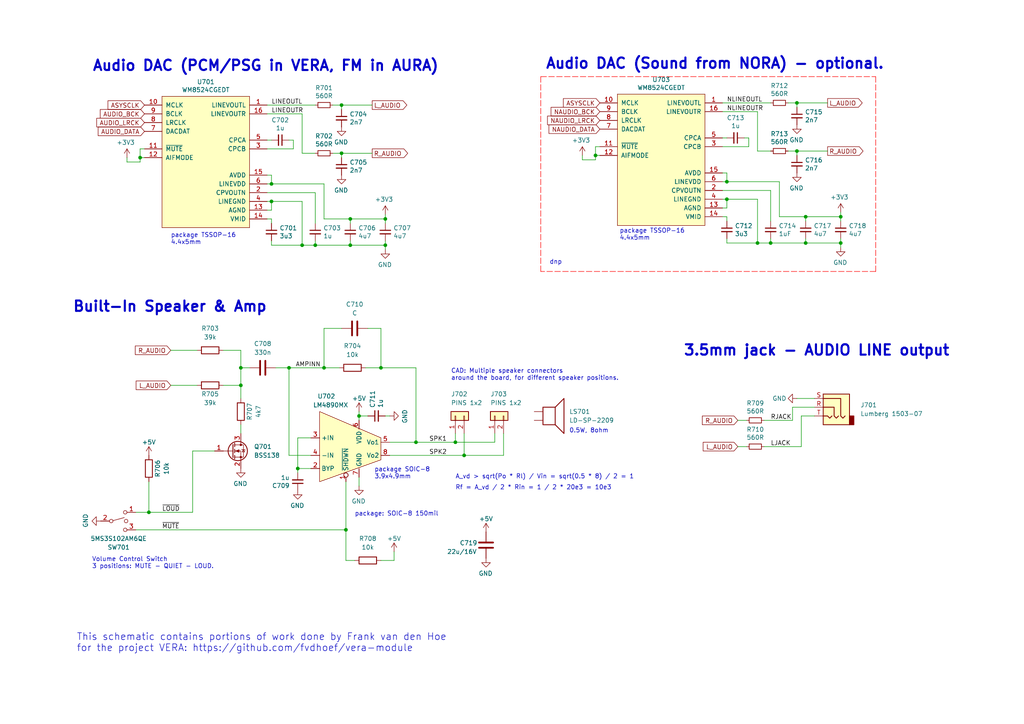
<source format=kicad_sch>
(kicad_sch (version 20211123) (generator eeschema)
  (paper "A4")
  (title_block (title "OpenX65 - Video/Audio & Ethernet Board") (date "2023-04-28") (rev "rev01") (company "FOR X65.EU DESIGNED BY JSYKORA.INFO") (comment 1 "Audio DAC, Speaker Amplifier, and Line Output"))
  (lib_symbols
    (symbol "Amplif:LM4890MX"
      (property "Reference" "U" (at -7.62 -11.43 0))
      (property "Value" "LM4890MX" (at -8.89 -13.97 0))
      (symbol "LM4890MX_0_1"
        (polyline (pts (xy 7.62 2.54) (xy 7.62 -3.81) (xy -10.16 -10.16) (xy -10.16 10.16) (xy 7.62 2.54)) (fill (type background)))
      )
      (symbol "LM4890MX_1_1"
        (pin input inverted (at -2.54 -10.16 90) (length 2.54) (name "~{SHDWN}") (number "1"))
        (pin input line (at -12.7 -6.35 0) (length 2.54) (name "BYP") (number "2"))
        (pin input line (at -12.7 2.54 0) (length 2.54) (name "+IN") (number "3"))
        (pin input line (at -12.7 -2.54 0) (length 2.54) (name "-IN") (number "4"))
        (pin output line (at 10.16 1.27 180) (length 2.54) (name "Vo1") (number "5"))
        (pin power_in line (at 1.27 7.62 270) (length 2.54) (name "VDD") (number "6"))
        (pin power_in line (at 1.27 -8.89 90) (length 2.54) (name "GND") (number "7"))
        (pin output line (at 10.16 -2.54 180) (length 2.54) (name "Vo2") (number "8"))
      )
    )
    (symbol "Connector:AudioJack3"
      (property "Reference" "J" (at 0 8.89 0))
      (property "Value" "AudioJack3" (at 0 6.35 0))
      (symbol "AudioJack3_0_1"
        (rectangle (start -5.08 -5.08) (end -6.35 -2.54) (stroke (width 0.254)) (fill (type outline)))
        (polyline (pts (xy 0 -2.54) (xy 0.635 -3.175) (xy 1.27 -2.54) (xy 2.54 -2.54)) (stroke (width 0.254)))
        (polyline (pts (xy -1.905 -2.54) (xy -1.27 -3.175) (xy -0.635 -2.54) (xy -0.635 0) (xy 2.54 0)) (stroke (width 0.254)))
        (polyline (pts (xy 2.54 2.54) (xy -2.54 2.54) (xy -2.54 -2.54) (xy -3.175 -3.175) (xy -3.81 -2.54)) (stroke (width 0.254)))
        (rectangle (start 2.54 3.81) (end -5.08 -5.08) (stroke (width 0.254)) (fill (type background)))
      )
      (symbol "AudioJack3_1_1"
        (pin passive line (at 5.08 0 180) (length 2.54) (name "~") (number "R"))
        (pin passive line (at 5.08 2.54 180) (length 2.54) (name "~") (number "S"))
        (pin passive line (at 5.08 -2.54 180) (length 2.54) (name "~") (number "T"))
      )
    )
    (symbol "Connector_Generic:Conn_01x02" (pin_names (offset 1.016) hide)
      (property "Reference" "J" (at 0 2.54 0))
      (property "Value" "Conn_01x02" (at 0 -5.08 0))
      (symbol "Conn_01x02_1_1"
        (rectangle (start -1.27 -2.413) (end 0 -2.667) (stroke (width 0.1524)))
        (rectangle (start -1.27 0.127) (end 0 -0.127) (stroke (width 0.1524)))
        (rectangle (start -1.27 1.27) (end 1.27 -3.81) (stroke (width 0.254)) (fill (type background)))
        (pin passive line (at -5.08 0 0) (length 3.81) (name "Pin_1") (number "1"))
        (pin passive line (at -5.08 -2.54 0) (length 3.81) (name "Pin_2") (number "2"))
      )
    )
    (symbol "Device:C" (pin_numbers hide) (pin_names (offset 0.254))
      (property "Reference" "C" (at 0.635 2.54 0))
      (property "Value" "C" (at 0.635 -2.54 0))
      (symbol "C_0_1"
        (polyline (pts (xy -2.032 -0.762) (xy 2.032 -0.762)) (stroke (width 0.508)))
        (polyline (pts (xy -2.032 0.762) (xy 2.032 0.762)) (stroke (width 0.508)))
      )
      (symbol "C_1_1"
        (pin passive line (at 0 3.81 270) (length 2.794) (name "~") (number "1"))
        (pin passive line (at 0 -3.81 90) (length 2.794) (name "~") (number "2"))
      )
    )
    (symbol "Device:C_Small" (pin_numbers hide) (pin_names (offset 0.254) hide)
      (property "Reference" "C" (at 0.254 1.778 0))
      (property "Value" "C_Small" (at 0.254 -2.032 0))
      (symbol "C_Small_0_1"
        (polyline (pts (xy -1.524 -0.508) (xy 1.524 -0.508)) (stroke (width 0.3302)))
        (polyline (pts (xy -1.524 0.508) (xy 1.524 0.508)) (stroke (width 0.3048)))
      )
      (symbol "C_Small_1_1"
        (pin passive line (at 0 2.54 270) (length 2.032) (name "~") (number "1"))
        (pin passive line (at 0 -2.54 90) (length 2.032) (name "~") (number "2"))
      )
    )
    (symbol "Device:R" (pin_numbers hide) (pin_names (offset 0))
      (property "Reference" "R" (at 2.032 0 90))
      (property "Value" "R" (at 0 0 90))
      (symbol "R_0_1"
        (rectangle (start -1.016 -2.54) (end 1.016 2.54) (stroke (width 0.254)))
      )
      (symbol "R_1_1"
        (pin passive line (at 0 3.81 270) (length 1.27) (name "~") (number "1"))
        (pin passive line (at 0 -3.81 90) (length 1.27) (name "~") (number "2"))
      )
    )
    (symbol "Device:R_Small" (pin_numbers hide) (pin_names (offset 0.254) hide)
      (property "Reference" "R" (at 0.762 0.508 0))
      (property "Value" "R_Small" (at 0.762 -1.016 0))
      (symbol "R_Small_0_1"
        (rectangle (start -0.762 1.778) (end 0.762 -1.778) (stroke (width 0.2032)))
      )
      (symbol "R_Small_1_1"
        (pin passive line (at 0 2.54 270) (length 0.762) (name "~") (number "1"))
        (pin passive line (at 0 -2.54 90) (length 0.762) (name "~") (number "2"))
      )
    )
    (symbol "Device:Speaker" (pin_numbers hide) (pin_names (offset 0) hide)
      (property "Reference" "LS" (at 1.27 5.715 0))
      (property "Value" "Speaker" (at 1.27 3.81 0))
      (symbol "Speaker_0_0"
        (rectangle (start -2.54 1.27) (end 1.016 -3.81) (stroke (width 0.254)))
        (polyline (pts (xy 1.016 1.27) (xy 3.556 3.81) (xy 3.556 -6.35) (xy 1.016 -3.81)) (stroke (width 0.254)))
      )
      (symbol "Speaker_1_1"
        (pin input line (at -5.08 0 0) (length 2.54) (name "1") (number "1"))
        (pin input line (at -5.08 -2.54 0) (length 2.54) (name "2") (number "2"))
      )
    )
    (symbol "Switch:SW_SPDT_MSM" (pin_names (offset 0) hide)
      (property "Reference" "SW" (at 0 5.08 0))
      (property "Value" "SW_SPDT_MSM" (at 0 -5.08 0))
      (symbol "SW_SPDT_MSM_0_0"
        (circle (center -2.032 0) (radius 0.508))
        (polyline (pts (xy -1.524 0.127) (xy 1.778 1.016)))
        (circle (center 2.032 -2.54) (radius 0.508))
      )
      (symbol "SW_SPDT_MSM_0_1"
        (circle (center 2.032 2.54) (radius 0.508))
        (circle (center 2.286 0) (radius 0.508))
      )
      (symbol "SW_SPDT_MSM_1_1"
        (pin passive line (at 5.08 2.54 180) (length 2.54) (name "1") (number "1"))
        (pin passive line (at -5.08 0 0) (length 2.54) (name "2") (number "2"))
        (pin passive line (at 5.08 -2.54 180) (length 2.54) (name "3") (number "3"))
      )
    )
    (symbol "Transistor_FET:BSS123" (pin_names hide)
      (property "Reference" "Q" (at 5.08 1.905 0))
      (property "Value" "BSS123" (at 5.08 0 0))
      (symbol "BSS123_0_1"
        (polyline (pts (xy 0.254 0) (xy -2.54 0)))
        (polyline (pts (xy 0.254 1.905) (xy 0.254 -1.905)) (stroke (width 0.254)))
        (polyline (pts (xy 0.762 -1.27) (xy 0.762 -2.286)) (stroke (width 0.254)))
        (polyline (pts (xy 0.762 0.508) (xy 0.762 -0.508)) (stroke (width 0.254)))
        (polyline (pts (xy 0.762 2.286) (xy 0.762 1.27)) (stroke (width 0.254)))
        (polyline (pts (xy 2.54 2.54) (xy 2.54 1.778)))
        (polyline (pts (xy 2.54 -2.54) (xy 2.54 0) (xy 0.762 0)))
        (polyline (pts (xy 0.762 -1.778) (xy 3.302 -1.778) (xy 3.302 1.778) (xy 0.762 1.778)))
        (polyline (pts (xy 1.016 0) (xy 2.032 0.381) (xy 2.032 -0.381) (xy 1.016 0)) (fill (type outline)))
        (polyline (pts (xy 2.794 0.508) (xy 2.921 0.381) (xy 3.683 0.381) (xy 3.81 0.254)))
        (polyline (pts (xy 3.302 0.381) (xy 2.921 -0.254) (xy 3.683 -0.254) (xy 3.302 0.381)))
        (circle (center 1.651 0) (radius 2.794) (stroke (width 0.254)))
        (circle (center 2.54 -1.778) (radius 0.254) (fill (type outline)))
        (circle (center 2.54 1.778) (radius 0.254) (fill (type outline)))
      )
      (symbol "BSS123_1_1"
        (pin input line (at -5.08 0 0) (length 2.54) (name "G") (number "1"))
        (pin passive line (at 2.54 -5.08 90) (length 2.54) (name "S") (number "2"))
        (pin passive line (at 2.54 5.08 270) (length 2.54) (name "D") (number "3"))
      )
    )
    (symbol "power:+3V3" (power) (pin_names (offset 0))
      (property "Value" "+3V3" (at 0 3.556 0))
      (symbol "+3V3_0_1"
        (polyline (pts (xy -0.762 1.27) (xy 0 2.54)))
        (polyline (pts (xy 0 0) (xy 0 2.54)))
        (polyline (pts (xy 0 2.54) (xy 0.762 1.27)))
      )
      (symbol "+3V3_1_1"
        (pin power_in line (at 0 0 90) (length 0) hide (name "+3V3") (number "1"))
      )
    )
    (symbol "power:+5V" (power) (pin_names (offset 0))
      (property "Value" "+5V" (at 0 3.556 0))
      (symbol "+5V_0_1"
        (polyline (pts (xy -0.762 1.27) (xy 0 2.54)))
        (polyline (pts (xy 0 0) (xy 0 2.54)))
        (polyline (pts (xy 0 2.54) (xy 0.762 1.27)))
      )
      (symbol "+5V_1_1"
        (pin power_in line (at 0 0 90) (length 0) hide (name "+5V") (number "1"))
      )
    )
    (symbol "power:GND" (power) (pin_names (offset 0))
      (property "Value" "GND" (at 0 -3.81 0))
      (symbol "GND_0_1"
        (polyline (pts (xy 0 0) (xy 0 -1.27) (xy 1.27 -1.27) (xy 0 -2.54) (xy -1.27 -1.27) (xy 0 -1.27)))
      )
      (symbol "GND_1_1"
        (pin power_in line (at 0 0 270) (length 0) hide (name "GND") (number "1"))
      )
    )
    (symbol "vera-module:WM8524CGEDT" (pin_names (offset 1.016))
      (property "Reference" "U" (at 1.27 3.81 0))
      (property "Value" "WM8524CGEDT" (at 7.62 1.27 0))
      (symbol "WM8524CGEDT_0_1"
        (rectangle (start 0 0) (end 25.4 -38.1) (fill (type background)))
      )
      (symbol "WM8524CGEDT_1_1"
        (pin output line (at 30.48 -2.54 180) (length 5.08) (name "LINEVOUTL") (number "1"))
        (pin input line (at -5.08 -2.54 0) (length 5.08) (name "MCLK") (number "10"))
        (pin input line (at -5.08 -15.24 0) (length 5.08) (name "~{MUTE}") (number "11"))
        (pin input line (at -5.08 -17.78 0) (length 5.08) (name "AIFMODE") (number "12"))
        (pin power_in line (at 30.48 -33.02 180) (length 5.08) (name "AGND") (number "13"))
        (pin power_in line (at 30.48 -35.56 180) (length 5.08) (name "VMID") (number "14"))
        (pin power_in line (at 30.48 -22.86 180) (length 5.08) (name "AVDD") (number "15"))
        (pin output line (at 30.48 -5.08 180) (length 5.08) (name "LINEVOUTR") (number "16"))
        (pin power_out line (at 30.48 -27.94 180) (length 5.08) (name "CPVOUTN") (number "2"))
        (pin passive line (at 30.48 -15.24 180) (length 5.08) (name "CPCB") (number "3"))
        (pin power_in line (at 30.48 -30.48 180) (length 5.08) (name "LINEGND") (number "4"))
        (pin passive line (at 30.48 -12.7 180) (length 5.08) (name "CPCA") (number "5"))
        (pin power_in line (at 30.48 -25.4 180) (length 5.08) (name "LINEVDD") (number "6"))
        (pin input line (at -5.08 -10.16 0) (length 5.08) (name "DACDAT") (number "7"))
        (pin input line (at -5.08 -7.62 0) (length 5.08) (name "LRCLK") (number "8"))
        (pin input line (at -5.08 -5.08 0) (length 5.08) (name "BCLK") (number "9"))
      )
    )
  )
  (junction (at 78.74 58.42))
  (junction (at 210.82 57.785))
  (junction (at 210.82 52.705))
  (junction (at 43.18 148.59))
  (junction (at 233.68 62.865))
  (junction (at 91.44 71.12))
  (junction (at 219.71 70.485))
  (junction (at 231.14 29.845))
  (junction (at 134.62 132.08))
  (junction (at 233.68 70.485))
  (junction (at 101.6 63.5))
  (junction (at 223.52 70.485))
  (junction (at 111.76 71.12))
  (junction (at 69.85 106.68))
  (junction (at 110.49 106.68))
  (junction (at 93.98 106.68))
  (junction (at 243.84 62.865))
  (junction (at 243.84 70.485))
  (junction (at 99.06 44.45))
  (junction (at 100.33 153.67))
  (junction (at 99.06 30.48))
  (junction (at 83.82 106.68))
  (junction (at 86.36 135.89))
  (junction (at 120.65 128.27))
  (junction (at 172.72 45.085))
  (junction (at 78.74 53.34))
  (junction (at 87.63 71.12))
  (junction (at 111.76 63.5))
  (junction (at 40.64 45.72))
  (junction (at 231.14 43.815))
  (junction (at 101.6 71.12))
  (junction (at 69.85 111.76))
  (junction (at 132.08 128.27))
  (junction (at 104.14 120.65))
  (wire (pts (xy 99.06 44.45) (xy 107.95 44.45)))
  (wire (pts (xy 86.36 135.89) (xy 90.17 135.89)))
  (wire (pts (xy 231.14 29.845) (xy 231.14 31.115)))
  (wire (pts (xy 69.85 123.19) (xy 69.85 125.73)))
  (wire (pts (xy 219.71 70.485) (xy 210.82 70.485)))
  (wire (pts (xy 69.85 101.6) (xy 69.85 106.68)))
  (wire (pts (xy 226.06 62.865) (xy 226.06 52.705)))
  (wire (pts (xy 87.63 71.12) (xy 78.74 71.12)))
  (wire (pts (xy 101.6 63.5) (xy 93.98 63.5)))
  (wire (pts (xy 228.6 29.845) (xy 231.14 29.845)))
  (wire (pts (xy 78.74 53.34) (xy 93.98 53.34)))
  (wire (pts (xy 62.23 130.81) (xy 55.88 130.81)))
  (wire (pts (xy 110.49 106.68) (xy 120.65 106.68)))
  (wire (pts (xy 233.68 70.485) (xy 243.84 70.485)))
  (wire (pts (xy 143.51 125.73) (xy 143.51 128.27)))
  (wire (pts (xy 87.63 33.02) (xy 87.63 44.45)))
  (wire (pts (xy 78.74 53.34) (xy 77.47 53.34)))
  (wire (pts (xy 49.53 111.76) (xy 57.15 111.76)))
  (wire (pts (xy 40.64 45.72) (xy 40.64 46.99)))
  (wire (pts (xy 41.91 43.18) (xy 40.64 43.18)))
  (wire (pts (xy 120.65 128.27) (xy 132.08 128.27)))
  (wire (pts (xy 209.55 55.245) (xy 223.52 55.245)))
  (wire (pts (xy 106.68 95.25) (xy 110.49 95.25)))
  (wire (pts (xy 209.55 42.545) (xy 217.17 42.545)))
  (wire (pts (xy 210.82 62.865) (xy 210.82 64.135)))
  (wire (pts (xy 172.72 46.355) (xy 168.91 46.355)))
  (wire (pts (xy 243.84 69.215) (xy 243.84 70.485)))
  (wire (pts (xy 87.63 58.42) (xy 87.63 71.12)))
  (wire (pts (xy 111.76 63.5) (xy 101.6 63.5)))
  (wire (pts (xy 104.14 120.65) (xy 104.14 121.92)))
  (wire (pts (xy 120.65 106.68) (xy 120.65 128.27)))
  (wire (pts (xy 231.14 43.815) (xy 231.14 45.085)))
  (wire (pts (xy 49.53 101.6) (xy 57.15 101.6)))
  (wire (pts (xy 78.74 60.96) (xy 77.47 60.96)))
  (wire (pts (xy 77.47 50.8) (xy 78.74 50.8)))
  (wire (pts (xy 101.6 71.12) (xy 101.6 69.85)))
  (wire (pts (xy 93.98 63.5) (xy 93.98 53.34)))
  (wire (pts (xy 210.82 57.785) (xy 219.71 57.785)))
  (wire (pts (xy 223.52 70.485) (xy 219.71 70.485)))
  (wire (pts (xy 77.47 43.18) (xy 85.09 43.18)))
  (wire (pts (xy 99.06 95.25) (xy 93.98 95.25)))
  (wire (pts (xy 243.84 62.865) (xy 233.68 62.865)))
  (polyline (pts (xy 156.845 22.225) (xy 156.845 78.74)) (stroke (width 0) (color 255 0 0 1)))
  (wire (pts (xy 209.55 62.865) (xy 210.82 62.865)))
  (wire (pts (xy 210.82 50.165) (xy 210.82 52.705)))
  (wire (pts (xy 91.44 55.88) (xy 91.44 64.77)))
  (wire (pts (xy 93.98 95.25) (xy 93.98 106.68)))
  (wire (pts (xy 134.62 132.08) (xy 146.05 132.08)))
  (wire (pts (xy 232.41 120.65) (xy 232.41 129.54)))
  (wire (pts (xy 100.33 162.56) (xy 100.33 153.67)))
  (wire (pts (xy 143.51 128.27) (xy 132.08 128.27)))
  (wire (pts (xy 111.76 71.12) (xy 111.76 72.39)))
  (wire (pts (xy 223.52 55.245) (xy 223.52 64.135)))
  (wire (pts (xy 40.64 45.72) (xy 41.91 45.72)))
  (polyline (pts (xy 254 22.225) (xy 254 78.74)) (stroke (width 0) (color 255 0 0 1)))
  (wire (pts (xy 99.06 30.48) (xy 99.06 31.75)))
  (wire (pts (xy 219.71 32.385) (xy 219.71 43.815)))
  (wire (pts (xy 43.18 148.59) (xy 43.18 139.7)))
  (wire (pts (xy 93.98 106.68) (xy 98.425 106.68)))
  (wire (pts (xy 217.17 40.005) (xy 215.9 40.005)))
  (wire (pts (xy 232.41 129.54) (xy 221.615 129.54)))
  (wire (pts (xy 78.74 40.64) (xy 77.47 40.64)))
  (wire (pts (xy 40.64 46.99) (xy 36.83 46.99)))
  (wire (pts (xy 86.36 137.16) (xy 86.36 135.89)))
  (wire (pts (xy 168.91 46.355) (xy 168.91 45.085)))
  (wire (pts (xy 90.17 132.08) (xy 83.82 132.08)))
  (wire (pts (xy 219.71 57.785) (xy 219.71 70.485)))
  (wire (pts (xy 86.36 135.89) (xy 86.36 127)))
  (wire (pts (xy 91.44 71.12) (xy 101.6 71.12)))
  (wire (pts (xy 228.6 43.815) (xy 231.14 43.815)))
  (wire (pts (xy 36.83 46.99) (xy 36.83 45.72)))
  (wire (pts (xy 114.3 162.56) (xy 110.49 162.56)))
  (wire (pts (xy 111.76 63.5) (xy 111.76 64.77)))
  (wire (pts (xy 210.82 57.785) (xy 210.82 60.325)))
  (wire (pts (xy 210.82 52.705) (xy 209.55 52.705)))
  (wire (pts (xy 87.63 44.45) (xy 91.44 44.45)))
  (wire (pts (xy 111.76 120.65) (xy 113.03 120.65)))
  (wire (pts (xy 91.44 69.85) (xy 91.44 71.12)))
  (wire (pts (xy 209.55 50.165) (xy 210.82 50.165)))
  (wire (pts (xy 69.85 111.76) (xy 69.85 115.57)))
  (wire (pts (xy 96.52 44.45) (xy 99.06 44.45)))
  (wire (pts (xy 233.68 62.865) (xy 226.06 62.865)))
  (wire (pts (xy 55.88 130.81) (xy 55.88 148.59)))
  (wire (pts (xy 236.22 118.11) (xy 229.87 118.11)))
  (wire (pts (xy 210.82 60.325) (xy 209.55 60.325)))
  (wire (pts (xy 96.52 30.48) (xy 99.06 30.48)))
  (wire (pts (xy 114.3 160.02) (xy 114.3 162.56)))
  (wire (pts (xy 217.17 42.545) (xy 217.17 40.005)))
  (wire (pts (xy 210.82 70.485) (xy 210.82 69.215)))
  (wire (pts (xy 101.6 71.12) (xy 111.76 71.12)))
  (wire (pts (xy 69.85 111.76) (xy 64.77 111.76)))
  (wire (pts (xy 209.55 29.845) (xy 223.52 29.845)))
  (wire (pts (xy 85.09 43.18) (xy 85.09 40.64)))
  (wire (pts (xy 223.52 69.215) (xy 223.52 70.485)))
  (wire (pts (xy 229.87 118.11) (xy 229.87 121.92)))
  (wire (pts (xy 77.47 30.48) (xy 91.44 30.48)))
  (wire (pts (xy 113.03 128.27) (xy 120.65 128.27)))
  (wire (pts (xy 91.44 71.12) (xy 87.63 71.12)))
  (wire (pts (xy 77.47 55.88) (xy 91.44 55.88)))
  (wire (pts (xy 85.09 40.64) (xy 83.82 40.64)))
  (wire (pts (xy 231.14 43.815) (xy 240.03 43.815)))
  (wire (pts (xy 100.33 153.67) (xy 100.33 139.7)))
  (wire (pts (xy 134.62 125.73) (xy 134.62 132.08)))
  (wire (pts (xy 233.68 62.865) (xy 233.68 64.135)))
  (wire (pts (xy 209.55 57.785) (xy 210.82 57.785)))
  (wire (pts (xy 55.88 148.59) (xy 43.18 148.59)))
  (wire (pts (xy 99.06 30.48) (xy 107.95 30.48)))
  (wire (pts (xy 104.14 138.43) (xy 104.14 140.97)))
  (wire (pts (xy 213.995 121.92) (xy 216.535 121.92)))
  (wire (pts (xy 210.82 52.705) (xy 226.06 52.705)))
  (wire (pts (xy 229.87 121.92) (xy 221.615 121.92)))
  (wire (pts (xy 173.99 42.545) (xy 172.72 42.545)))
  (wire (pts (xy 69.85 106.68) (xy 69.85 111.76)))
  (wire (pts (xy 172.72 45.085) (xy 172.72 46.355)))
  (wire (pts (xy 77.47 63.5) (xy 78.74 63.5)))
  (wire (pts (xy 231.14 29.845) (xy 240.03 29.845)))
  (wire (pts (xy 172.72 45.085) (xy 173.99 45.085)))
  (wire (pts (xy 86.36 127) (xy 90.17 127)))
  (wire (pts (xy 113.03 132.08) (xy 134.62 132.08)))
  (wire (pts (xy 102.87 162.56) (xy 100.33 162.56)))
  (wire (pts (xy 146.05 132.08) (xy 146.05 125.73)))
  (wire (pts (xy 83.82 106.68) (xy 93.98 106.68)))
  (wire (pts (xy 209.55 32.385) (xy 219.71 32.385)))
  (wire (pts (xy 104.14 120.65) (xy 104.14 119.38)))
  (wire (pts (xy 243.84 61.595) (xy 243.84 62.865)))
  (wire (pts (xy 243.84 62.865) (xy 243.84 64.135)))
  (wire (pts (xy 210.82 40.005) (xy 209.55 40.005)))
  (wire (pts (xy 39.37 148.59) (xy 43.18 148.59)))
  (wire (pts (xy 172.72 42.545) (xy 172.72 45.085)))
  (wire (pts (xy 219.71 43.815) (xy 223.52 43.815)))
  (wire (pts (xy 78.74 58.42) (xy 87.63 58.42)))
  (wire (pts (xy 77.47 58.42) (xy 78.74 58.42)))
  (wire (pts (xy 236.22 120.65) (xy 232.41 120.65)))
  (polyline (pts (xy 254 78.74) (xy 156.845 78.74)) (stroke (width 0) (color 255 0 0 1)))
  (wire (pts (xy 243.84 70.485) (xy 243.84 71.755)))
  (wire (pts (xy 64.77 101.6) (xy 69.85 101.6)))
  (wire (pts (xy 80.01 106.68) (xy 83.82 106.68)))
  (wire (pts (xy 78.74 63.5) (xy 78.74 64.77)))
  (polyline (pts (xy 156.845 22.225) (xy 254 22.225)) (stroke (width 0) (color 255 0 0 1)))
  (wire (pts (xy 78.74 50.8) (xy 78.74 53.34)))
  (wire (pts (xy 213.995 129.54) (xy 216.535 129.54)))
  (wire (pts (xy 223.52 70.485) (xy 233.68 70.485)))
  (wire (pts (xy 78.74 58.42) (xy 78.74 60.96)))
  (wire (pts (xy 110.49 95.25) (xy 110.49 106.68)))
  (wire (pts (xy 106.68 120.65) (xy 104.14 120.65)))
  (wire (pts (xy 83.82 132.08) (xy 83.82 106.68)))
  (wire (pts (xy 39.37 153.67) (xy 100.33 153.67)))
  (wire (pts (xy 106.045 106.68) (xy 110.49 106.68)))
  (wire (pts (xy 99.06 44.45) (xy 99.06 45.72)))
  (wire (pts (xy 40.64 43.18) (xy 40.64 45.72)))
  (wire (pts (xy 233.68 70.485) (xy 233.68 69.215)))
  (wire (pts (xy 231.14 115.57) (xy 236.22 115.57)))
  (wire (pts (xy 101.6 63.5) (xy 101.6 64.77)))
  (wire (pts (xy 111.76 62.23) (xy 111.76 63.5)))
  (wire (pts (xy 111.76 69.85) (xy 111.76 71.12)))
  (wire (pts (xy 69.85 106.68) (xy 72.39 106.68)))
  (wire (pts (xy 78.74 71.12) (xy 78.74 69.85)))
  (wire (pts (xy 77.47 33.02) (xy 87.63 33.02)))
  (wire (pts (xy 132.08 128.27) (xy 132.08 125.73)))
  (text "Built-In Speaker & Amp" (at 20.955 90.805 0) (effects (font (size 3 3) (thickness 0.6) bold) (justify left bottom)))
  (text "dnp" (at 159.385 76.835 0) (effects (font (size 1.27 1.27)) (justify left bottom)))
  (text "package TSSOP-16\n4.4x5mm" (at 49.53 71.12 0) (effects (font (size 1.27 1.27)) (justify left bottom)))
  (text "3.5mm jack - AUDIO LINE output" (at 198.12 103.505 0) (effects (font (size 3 3) (thickness 0.6) bold) (justify left bottom)))
  (text "CAD: Multiple speaker connectors\naround the board, for different speaker positions." (at 130.81 110.49 0) (effects (font (size 1.27 1.27)) (justify left bottom)))
  (text "Audio DAC (Sound from NORA) - optional." (at 158.115 20.32 0) (effects (font (size 3 3) (thickness 0.6) bold) (justify left bottom)))
  (text "0.5W, 8ohm" (at 165.1 125.73 0) (effects (font (size 1.27 1.27)) (justify left bottom)))
  (text "A_vd > sqrt(Po * Rl) / Vin = sqrt(0.5 * 8) / 2 = 1" (at 132.08 139.065 0) (effects (font (size 1.27 1.27)) (justify left bottom)))
  (text "This schematic contains portions of work done by Frank van den Hoe\nfor the project VERA: https://github.com/fvdhoef/vera-module" (at 22.225 189.23 0) (effects (font (size 2 2)) (justify left bottom)))
  (text "package: SOIC-8 150mil" (at 102.87 149.86 0) (effects (font (size 1.27 1.27)) (justify left bottom)))
  (text "Volume Control Switch\n3 positions: MUTE - QUIET - LOUD." (at 26.67 165.1 0) (effects (font (size 1.27 1.27)) (justify left bottom)))
  (text "Audio DAC (PCM/PSG in VERA, FM in AURA)" (at 26.67 20.955 0) (effects (font (size 3 3) (thickness 0.6) bold) (justify left bottom)))
  (text "package TSSOP-16\n4.4x5mm" (at 179.705 69.85 0) (effects (font (size 1.27 1.27)) (justify left bottom)))
  (text "package SOIC-8\n3.9x4.9mm" (at 108.585 139.065 0) (effects (font (size 1.27 1.27)) (justify left bottom)))
  (text "Rf = A_vd / 2 * Rin = 1 / 2 * 20e3 = 10e3" (at 132.08 142.24 0) (effects (font (size 1.27 1.27)) (justify left bottom)))
  (label "LJACK" (at 223.52 129.54 0))
  (label "SPK2" (at 124.46 132.08 0))
  (label "NLINEOUTL" (at 210.82 29.845 0))
  (label "LINEOUTL" (at 78.74 30.48 0))
  (label "LINEOUTR" (at 78.74 33.02 0))
  (label "~{MUTE}" (at 46.99 153.67 0))
  (label "SPK1" (at 124.46 128.27 0))
  (label "~{LOUD}" (at 46.99 148.59 0))
  (label "NLINEOUTR" (at 210.82 32.385 0))
  (label "RJACK" (at 223.52 121.92 0))
  (label "AMPINN" (at 85.725 106.68 0))
  (global_label "R_AUDIO" (shape output) (at 240.03 43.815 0) (property "Intersheet References" "${INTERSHEET_REFS}" (effects hide)))
  (global_label "L_AUDIO" (shape input) (at 213.995 129.54 180) (property "Intersheet References" "${INTERSHEET_REFS}" (effects hide)))
  (global_label "ASYSCLK" (shape input) (at 41.91 30.48 180) (property "Intersheet References" "${INTERSHEET_REFS}" (effects hide)))
  (global_label "AUDIO_DATA" (shape input) (at 41.91 38.1 180) (property "Intersheet References" "${INTERSHEET_REFS}" (effects hide)))
  (global_label "R_AUDIO" (shape output) (at 107.95 44.45 0) (property "Intersheet References" "${INTERSHEET_REFS}" (effects hide)))
  (global_label "NAUDIO_LRCK" (shape input) (at 173.99 34.925 180) (property "Intersheet References" "${INTERSHEET_REFS}" (effects hide)))
  (global_label "NAUDIO_DATA" (shape input) (at 173.99 37.465 180) (property "Intersheet References" "${INTERSHEET_REFS}" (effects hide)))
  (global_label "AUDIO_LRCK" (shape input) (at 41.91 35.56 180) (property "Intersheet References" "${INTERSHEET_REFS}" (effects hide)))
  (global_label "L_AUDIO" (shape input) (at 49.53 111.76 180) (property "Intersheet References" "${INTERSHEET_REFS}" (effects hide)))
  (global_label "R_AUDIO" (shape input) (at 49.53 101.6 180) (property "Intersheet References" "${INTERSHEET_REFS}" (effects hide)))
  (global_label "L_AUDIO" (shape output) (at 107.95 30.48 0) (property "Intersheet References" "${INTERSHEET_REFS}" (effects hide)))
  (global_label "NAUDIO_BCK" (shape input) (at 173.99 32.385 180) (property "Intersheet References" "${INTERSHEET_REFS}" (effects hide)))
  (global_label "R_AUDIO" (shape input) (at 213.995 121.92 180) (property "Intersheet References" "${INTERSHEET_REFS}" (effects hide)))
  (global_label "L_AUDIO" (shape output) (at 240.03 29.845 0) (property "Intersheet References" "${INTERSHEET_REFS}" (effects hide)))
  (global_label "AUDIO_BCK" (shape input) (at 41.91 33.02 180) (property "Intersheet References" "${INTERSHEET_REFS}" (effects hide)))
  (global_label "ASYSCLK" (shape input) (at 173.99 29.845 180) (property "Intersheet References" "${INTERSHEET_REFS}" (effects hide)))
  (symbol (lib_id "power:GND") (at 29.21 151.13 270) (mirror x) (unit 1)
    (property "Reference" "#PWR0710" (effects hide))
    (property "Value" "GND" (at 24.8158 151.003 0))
  )
  (symbol (lib_id "Device:R") (at 43.18 135.89 180) (unit 1)
    (property "Reference" "R706" (at 45.72 135.89 90))
    (property "Value" "10k" (at 48.26 135.89 90))
    (property "Footprint" "Resistor_SMD:R_0603_1608Metric_Pad0.98x0.95mm_HandSolder" (effects hide))
  )
  (symbol (lib_id "power:+5V") (at 114.3 160.02 0) (unit 1)
    (property "Reference" "#PWR0713" (effects hide))
    (property "Value" "+5V" (at 114.3 156.21 0))
  )
  (symbol (lib_id "Device:R_Small") (at 219.075 129.54 270) (unit 1)
    (property "Reference" "R710" (at 219.075 124.5616 90))
    (property "Value" "560R" (at 219.075 126.873 90))
    (property "Footprint" "Resistor_SMD:R_0603_1608Metric_Pad0.98x0.95mm_HandSolder" (effects hide))
  )
  (symbol (lib_id "power:GND") (at 243.84 71.755 0) (mirror y) (unit 1)
    (property "Reference" "#PWR0719" (effects hide))
    (property "Value" "GND" (at 243.713 76.1492 0))
  )
  (symbol (lib_id "Device:C_Small") (at 210.82 66.675 0) (unit 1) (in_bom no)
    (property "Reference" "C712" (at 213.1568 65.5066 0) (effects (justify left)))
    (property "Value" "3u3" (at 213.1568 67.818 0) (effects (justify left)))
    (property "Footprint" "Capacitor_SMD:C_0603_1608Metric_Pad1.08x0.95mm_HandSolder" (effects hide))
  )
  (symbol (lib_id "power:GND") (at 104.14 140.97 0) (mirror y) (unit 1)
    (property "Reference" "#PWR0708" (effects hide))
    (property "Value" "GND" (at 104.013 145.3642 0))
  )
  (symbol (lib_id "Switch:SW_SPDT_MSM") (at 34.29 151.13 0) (unit 1)
    (property "Reference" "SW701" (at 34.417 158.75 0))
    (property "Value" "5MS3S102AM6QE" (at 34.417 156.21 0))
    (property "Footprint" "switches:Switch_5M_M6" (effects hide))
  )
  (symbol (lib_id "Device:R") (at 60.96 101.6 90) (unit 1)
    (property "Reference" "R703" (at 60.96 95.25 90))
    (property "Value" "39k" (at 60.96 97.79 90))
    (property "Footprint" "Resistor_SMD:R_0603_1608Metric_Pad0.98x0.95mm_HandSolder" (effects hide))
  )
  (symbol (lib_id "Device:C_Small") (at 231.14 47.625 0) (unit 1) (in_bom no)
    (property "Reference" "C716" (at 233.4768 46.4566 0) (effects (justify left)))
    (property "Value" "2n7" (at 233.4768 48.768 0) (effects (justify left)))
    (property "Footprint" "Capacitor_SMD:C_0603_1608Metric_Pad1.08x0.95mm_HandSolder" (effects hide))
  )
  (symbol (lib_id "power:+3V3") (at 36.83 45.72 0) (mirror y) (unit 1)
    (property "Reference" "#PWR0701" (effects hide))
    (property "Value" "+3V3" (at 36.449 41.3258 0))
  )
  (symbol (lib_id "Connector_Generic:Conn_01x02") (at 132.08 120.65 90) (unit 1)
    (property "Reference" "J702" (at 130.81 114.3 90) (effects (justify right)))
    (property "Value" "PINS 1x2" (at 130.81 116.84 90) (effects (justify right)))
    (property "Footprint" "Connector_PinHeader_2.54mm:PinHeader_1x02_P2.54mm_Vertical" (effects hide))
  )
  (symbol (lib_id "power:GND") (at 231.14 115.57 270) (mirror x) (unit 1)
    (property "Reference" "#PWR0714" (effects hide))
    (property "Value" "GND" (at 226.06 115.57 90))
  )
  (symbol (lib_id "Device:C_Small") (at 213.36 40.005 270) (unit 1) (in_bom no)
    (property "Reference" "C713" (at 213.36 34.1884 90))
    (property "Value" "1u" (at 213.36 36.4998 90))
    (property "Footprint" "Capacitor_SMD:C_0603_1608Metric_Pad1.08x0.95mm_HandSolder" (effects hide))
  )
  (symbol (lib_id "Device:C_Small") (at 101.6 67.31 0) (unit 1)
    (property "Reference" "C706" (at 103.9368 66.1416 0) (effects (justify left)))
    (property "Value" "4u7" (at 103.9368 68.453 0) (effects (justify left)))
    (property "Footprint" "Capacitor_SMD:C_0603_1608Metric_Pad1.08x0.95mm_HandSolder" (effects hide))
  )
  (symbol (lib_id "Device:C_Small") (at 99.06 48.26 0) (unit 1)
    (property "Reference" "C705" (at 101.3968 47.0916 0) (effects (justify left)))
    (property "Value" "2n7" (at 101.3968 49.403 0) (effects (justify left)))
    (property "Footprint" "Capacitor_SMD:C_0603_1608Metric_Pad1.08x0.95mm_HandSolder" (effects hide))
  )
  (symbol (lib_id "Device:C_Small") (at 243.84 66.675 0) (unit 1) (in_bom no)
    (property "Reference" "C718" (at 246.1768 65.5066 0) (effects (justify left)))
    (property "Value" "4u7" (at 246.1768 67.818 0) (effects (justify left)))
    (property "Footprint" "Capacitor_SMD:C_0603_1608Metric_Pad1.08x0.95mm_HandSolder" (effects hide))
  )
  (symbol (lib_id "Device:C_Small") (at 81.28 40.64 270) (unit 1)
    (property "Reference" "C702" (at 81.28 34.8234 90))
    (property "Value" "1u" (at 81.28 37.1348 90))
    (property "Footprint" "Capacitor_SMD:C_0603_1608Metric_Pad1.08x0.95mm_HandSolder" (effects hide))
  )
  (symbol (lib_id "Device:R_Small") (at 93.98 44.45 270) (unit 1)
    (property "Reference" "R702" (at 93.98 39.4716 90))
    (property "Value" "560R" (at 93.98 41.783 90))
    (property "Footprint" "Resistor_SMD:R_0603_1608Metric_Pad0.98x0.95mm_HandSolder" (effects hide))
  )
  (symbol (lib_id "power:GND") (at 99.06 50.8 0) (mirror y) (unit 1)
    (property "Reference" "#PWR0703" (effects hide))
    (property "Value" "GND" (at 98.933 55.1942 0))
  )
  (symbol (lib_id "Device:R") (at 106.68 162.56 90) (unit 1)
    (property "Reference" "R708" (at 106.68 156.21 90))
    (property "Value" "10k" (at 106.68 158.75 90))
    (property "Footprint" "Resistor_SMD:R_0603_1608Metric_Pad0.98x0.95mm_HandSolder" (effects hide))
  )
  (symbol (lib_id "power:+5V") (at 140.97 154.305 0) (unit 1)
    (property "Reference" "#PWR0720" (effects hide))
    (property "Value" "+5V" (at 140.97 150.495 0))
  )
  (symbol (lib_id "Device:C") (at 76.2 106.68 90) (unit 1)
    (property "Reference" "C708" (at 76.2 99.695 90))
    (property "Value" "330n" (at 76.2 102.235 90))
    (property "Footprint" "Capacitor_SMD:C_0603_1608Metric_Pad1.08x0.95mm_HandSolder" (effects hide))
  )
  (symbol (lib_id "Device:R") (at 102.235 106.68 90) (unit 1)
    (property "Reference" "R704" (at 102.235 100.33 90))
    (property "Value" "10k" (at 102.235 102.87 90))
    (property "Footprint" "Resistor_SMD:R_0603_1608Metric_Pad0.98x0.95mm_HandSolder" (effects hide))
  )
  (symbol (lib_id "power:GND") (at 113.03 120.65 90) (mirror x) (unit 1)
    (property "Reference" "#PWR0709" (effects hide))
    (property "Value" "GND" (at 117.4242 120.777 0))
  )
  (symbol (lib_id "Device:R_Small") (at 219.075 121.92 270) (unit 1)
    (property "Reference" "R709" (at 219.075 116.9416 90))
    (property "Value" "560R" (at 219.075 119.253 90))
    (property "Footprint" "Resistor_SMD:R_0603_1608Metric_Pad0.98x0.95mm_HandSolder" (effects hide))
  )
  (symbol (lib_id "Device:C_Small") (at 233.68 66.675 0) (unit 1) (in_bom no)
    (property "Reference" "C717" (at 236.0168 65.5066 0) (effects (justify left)))
    (property "Value" "4u7" (at 236.0168 67.818 0) (effects (justify left)))
    (property "Footprint" "Capacitor_SMD:C_0603_1608Metric_Pad1.08x0.95mm_HandSolder" (effects hide))
  )
  (symbol (lib_id "Device:R") (at 60.96 111.76 90) (unit 1)
    (property "Reference" "R705" (at 60.96 114.3 90))
    (property "Value" "39k" (at 60.96 116.84 90))
    (property "Footprint" "Resistor_SMD:R_0603_1608Metric_Pad0.98x0.95mm_HandSolder" (effects hide))
  )
  (symbol (lib_id "power:+5V") (at 104.14 119.38 0) (unit 1)
    (property "Reference" "#PWR0707" (effects hide))
    (property "Value" "+5V" (at 104.14 115.57 0))
  )
  (symbol (lib_id "power:GND") (at 231.14 36.195 0) (mirror y) (unit 1)
    (property "Reference" "#PWR0716" (effects hide))
    (property "Value" "GND" (at 231.013 40.5892 0))
  )
  (symbol (lib_id "power:GND") (at 99.06 36.83 0) (mirror y) (unit 1)
    (property "Reference" "#PWR0702" (effects hide))
    (property "Value" "GND" (at 98.933 41.2242 0))
  )
  (symbol (lib_id "Transistor_FET:BSS123") (at 67.31 130.81 0) (unit 1)
    (property "Reference" "Q701" (at 73.66 129.5399 0) (effects (justify left)))
    (property "Value" "BSS138" (at 73.66 132.0799 0) (effects (justify left)))
    (property "Footprint" "Package_TO_SOT_SMD:SOT-23" (effects hide))
    (property "Datasheet" "http://www.diodes.com/assets/Datasheets/ds30366.pdf" (effects hide))
  )
  (symbol (lib_id "Device:C") (at 140.97 158.115 180) (unit 1)
    (property "Reference" "C719" (at 135.89 157.48 0))
    (property "Value" "22u/16V" (at 133.985 160.02 0))
    (property "Footprint" "Capacitor_SMD:C_0805_2012Metric_Pad1.18x1.45mm_HandSolder" (effects hide))
  )
  (symbol (lib_id "Device:C_Small") (at 231.14 33.655 0) (unit 1) (in_bom no)
    (property "Reference" "C715" (at 233.4768 32.4866 0) (effects (justify left)))
    (property "Value" "2n7" (at 233.4768 34.798 0) (effects (justify left)))
    (property "Footprint" "Capacitor_SMD:C_0603_1608Metric_Pad1.08x0.95mm_HandSolder" (effects hide))
  )
  (symbol (lib_id "power:GND") (at 231.14 50.165 0) (mirror y) (unit 1)
    (property "Reference" "#PWR0717" (effects hide))
    (property "Value" "GND" (at 231.013 54.5592 0))
  )
  (symbol (lib_id "power:+3V3") (at 243.84 61.595 0) (mirror y) (unit 1)
    (property "Reference" "#PWR0718" (effects hide))
    (property "Value" "+3V3" (at 243.459 57.2008 0))
  )
  (symbol (lib_id "Device:C_Small") (at 223.52 66.675 0) (unit 1) (in_bom no)
    (property "Reference" "C714" (at 225.8568 65.5066 0) (effects (justify left)))
    (property "Value" "1uF" (at 225.8568 67.818 0) (effects (justify left)))
    (property "Footprint" "Capacitor_SMD:C_0603_1608Metric_Pad1.08x0.95mm_HandSolder" (effects hide))
  )
  (symbol (lib_id "Connector_Generic:Conn_01x02") (at 143.51 120.65 90) (unit 1)
    (property "Reference" "J703" (at 142.24 114.3 90) (effects (justify right)))
    (property "Value" "PINS 1x2" (at 142.24 116.84 90) (effects (justify right)))
    (property "Footprint" "Connector_PinHeader_2.54mm:PinHeader_1x02_P2.54mm_Vertical" (effects hide))
  )
  (symbol (lib_id "Amplif:LM4890MX") (at 102.87 129.54 0) (unit 1)
    (property "Reference" "U702" (at 92.075 114.935 0) (effects (justify left)))
    (property "Value" "LM4890MX" (at 90.805 117.475 0) (effects (justify left)))
    (property "Footprint" "Package_SO:SOIC-8_3.9x4.9mm_P1.27mm" (effects hide))
  )
  (symbol (lib_id "Device:C_Small") (at 109.22 120.65 90) (unit 1)
    (property "Reference" "C711" (at 108.0516 118.3132 0) (effects (justify left)))
    (property "Value" "1u" (at 110.363 118.3132 0) (effects (justify left)))
    (property "Footprint" "Capacitor_SMD:C_0603_1608Metric_Pad1.08x0.95mm_HandSolder" (effects hide))
  )
  (symbol (lib_id "power:GND") (at 140.97 161.925 0) (mirror y) (unit 1)
    (property "Reference" "#PWR0721" (effects hide))
    (property "Value" "GND" (at 140.843 166.3192 0))
  )
  (symbol (lib_id "Device:R_Small") (at 226.06 43.815 270) (unit 1) (in_bom no)
    (property "Reference" "R713" (at 226.06 38.8366 90))
    (property "Value" "560R" (at 226.06 41.148 90))
    (property "Footprint" "Resistor_SMD:R_0603_1608Metric_Pad0.98x0.95mm_HandSolder" (effects hide))
  )
  (symbol (lib_id "Device:C") (at 102.87 95.25 90) (unit 1) (in_bom no)
    (property "Reference" "C710" (at 102.87 88.265 90))
    (property "Value" "C" (at 102.87 90.805 90))
    (property "Footprint" "Capacitor_SMD:C_0603_1608Metric_Pad1.08x0.95mm_HandSolder" (effects hide))
  )
  (symbol (lib_id "power:GND") (at 86.36 142.24 0) (mirror y) (unit 1)
    (property "Reference" "#PWR0706" (effects hide))
    (property "Value" "GND" (at 86.233 146.6342 0))
  )
  (symbol (lib_id "Device:C_Small") (at 86.36 139.7 180) (unit 1)
    (property "Reference" "C709" (at 84.0232 140.8684 0) (effects (justify left)))
    (property "Value" "1u" (at 84.0232 138.557 0) (effects (justify left)))
    (property "Footprint" "Capacitor_SMD:C_0603_1608Metric_Pad1.08x0.95mm_HandSolder" (effects hide))
  )
  (symbol (lib_id "power:+3V3") (at 111.76 62.23 0) (mirror y) (unit 1)
    (property "Reference" "#PWR0704" (effects hide))
    (property "Value" "+3V3" (at 111.379 57.8358 0))
  )
  (symbol (lib_id "Device:R_Small") (at 226.06 29.845 270) (unit 1) (in_bom no)
    (property "Reference" "R712" (at 226.06 24.8666 90))
    (property "Value" "560R" (at 226.06 27.178 90))
    (property "Footprint" "Resistor_SMD:R_0603_1608Metric_Pad0.98x0.95mm_HandSolder" (effects hide))
  )
  (symbol (lib_id "Device:Speaker") (at 160.02 119.38 0) (unit 1) (in_bom no) (on_board no)
    (property "Reference" "LS701" (at 165.1 119.3799 0) (effects (justify left)))
    (property "Value" "LD-SP-2209" (at 165.1 121.9199 0) (effects (justify left)))
  )
  (symbol (lib_id "Connector:AudioJack3") (at 241.3 118.11 0) (mirror y) (unit 1)
    (property "Reference" "J701" (at 249.555 117.4749 0) (effects (justify right)))
    (property "Value" "Lumberg 1503-07" (at 249.555 120.0149 0) (effects (justify right)))
    (property "Footprint" "Connector_Audio:Jack_3.5mm_Lumberg_1503_07_Horizontal" (effects hide))
  )
  (symbol (lib_id "Device:C_Small") (at 111.76 67.31 0) (unit 1)
    (property "Reference" "C707" (at 114.0968 66.1416 0) (effects (justify left)))
    (property "Value" "4u7" (at 114.0968 68.453 0) (effects (justify left)))
    (property "Footprint" "Capacitor_SMD:C_0603_1608Metric_Pad1.08x0.95mm_HandSolder" (effects hide))
  )
  (symbol (lib_id "Device:C_Small") (at 91.44 67.31 0) (unit 1)
    (property "Reference" "C703" (at 93.7768 66.1416 0) (effects (justify left)))
    (property "Value" "1u" (at 93.7768 68.453 0) (effects (justify left)))
    (property "Footprint" "Capacitor_SMD:C_0603_1608Metric_Pad1.08x0.95mm_HandSolder" (effects hide))
  )
  (symbol (lib_id "Device:R_Small") (at 93.98 30.48 270) (unit 1)
    (property "Reference" "R701" (at 93.98 25.5016 90))
    (property "Value" "560R" (at 93.98 27.813 90))
    (property "Footprint" "Resistor_SMD:R_0603_1608Metric_Pad0.98x0.95mm_HandSolder" (effects hide))
  )
  (symbol (lib_id "vera-module:WM8524CGEDT") (at 179.07 27.305 0) (unit 1) (in_bom no)
    (property "Reference" "U703" (at 191.77 23.114 0))
    (property "Value" "WM8524CGEDT" (at 191.77 25.4254 0))
    (property "Footprint" "Package_SO:TSSOP-16_4.4x5mm_P0.65mm" (effects hide))
  )
  (symbol (lib_id "power:GND") (at 69.85 135.89 0) (mirror y) (unit 1)
    (property "Reference" "#PWR0712" (effects hide))
    (property "Value" "GND" (at 69.723 140.2842 0))
  )
  (symbol (lib_id "Device:C_Small") (at 78.74 67.31 0) (unit 1)
    (property "Reference" "C701" (at 81.0768 66.1416 0) (effects (justify left)))
    (property "Value" "3u3" (at 81.0768 68.453 0) (effects (justify left)))
    (property "Footprint" "Capacitor_SMD:C_0603_1608Metric_Pad1.08x0.95mm_HandSolder" (effects hide))
  )
  (symbol (lib_id "vera-module:WM8524CGEDT") (at 46.99 27.94 0) (unit 1)
    (property "Reference" "U701" (at 59.69 23.749 0))
    (property "Value" "WM8524CGEDT" (at 59.69 26.0604 0))
    (property "Footprint" "Package_SO:TSSOP-16_4.4x5mm_P0.65mm" (effects hide))
  )
  (symbol (lib_id "power:+5V") (at 43.18 132.08 0) (unit 1)
    (property "Reference" "#PWR0711" (effects hide))
    (property "Value" "+5V" (at 43.18 128.27 0))
  )
  (symbol (lib_id "power:+3V3") (at 168.91 45.085 0) (mirror y) (unit 1)
    (property "Reference" "#PWR0715" (effects hide))
    (property "Value" "+3V3" (at 168.529 40.6908 0))
  )
  (symbol (lib_id "Device:C_Small") (at 99.06 34.29 0) (unit 1)
    (property "Reference" "C704" (at 101.3968 33.1216 0) (effects (justify left)))
    (property "Value" "2n7" (at 101.3968 35.433 0) (effects (justify left)))
    (property "Footprint" "Capacitor_SMD:C_0603_1608Metric_Pad1.08x0.95mm_HandSolder" (effects hide))
  )
  (symbol (lib_id "Device:R") (at 69.85 119.38 180) (unit 1)
    (property "Reference" "R707" (at 72.39 119.38 90))
    (property "Value" "4k7" (at 74.93 119.38 90))
    (property "Footprint" "Resistor_SMD:R_0603_1608Metric_Pad0.98x0.95mm_HandSolder" (effects hide))
  )
  (symbol (lib_id "power:GND") (at 111.76 72.39 0) (mirror y) (unit 1)
    (property "Reference" "#PWR0705" (effects hide))
    (property "Value" "GND" (at 111.633 76.7842 0))
  )
)
</source>
